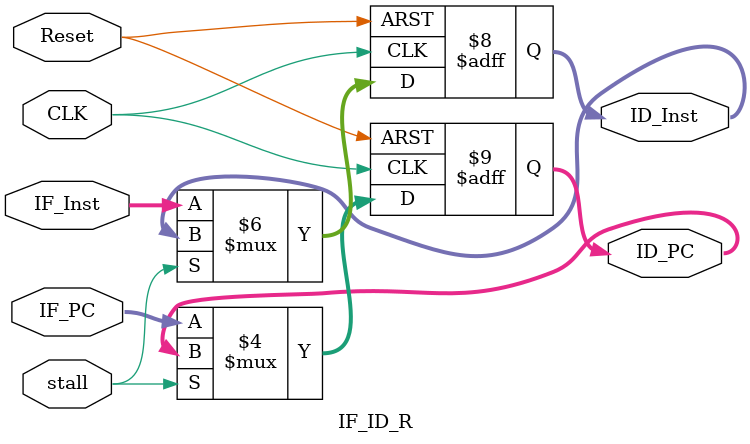
<source format=v>
`timescale 1ns / 1ps
module IF_ID_R(
	IF_Inst, 
	ID_Inst,
	IF_PC,
	ID_PC,
	CLK, 
	Reset,
	stall
);
input [31:0] IF_Inst, IF_PC;
input CLK, Reset, stall;
output [31:0] ID_Inst, ID_PC;
reg [31:0] ID_Inst, ID_PC;
always @ (negedge Reset or posedge CLK)
	if (Reset == 0)
	begin
		ID_Inst <= 0;
		ID_PC <= 0;
	end
	else if (~stall)
	begin
		ID_Inst <= IF_Inst;
		ID_PC <= IF_PC;
	end
endmodule

</source>
